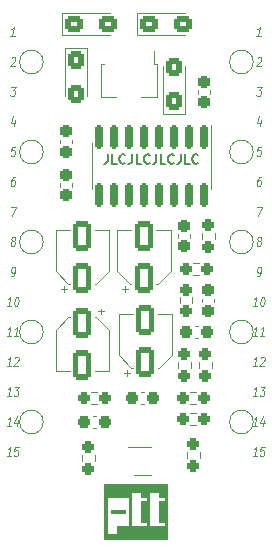
<source format=gbr>
%TF.GenerationSoftware,KiCad,Pcbnew,(6.0.9-0)*%
%TF.CreationDate,2025-08-18T12:38:07+02:00*%
%TF.ProjectId,pt-workshop,70742d77-6f72-46b7-9368-6f702e6b6963,rev?*%
%TF.SameCoordinates,Original*%
%TF.FileFunction,Legend,Top*%
%TF.FilePolarity,Positive*%
%FSLAX46Y46*%
G04 Gerber Fmt 4.6, Leading zero omitted, Abs format (unit mm)*
G04 Created by KiCad (PCBNEW (6.0.9-0)) date 2025-08-18 12:38:07*
%MOMM*%
%LPD*%
G01*
G04 APERTURE LIST*
G04 Aperture macros list*
%AMRoundRect*
0 Rectangle with rounded corners*
0 $1 Rounding radius*
0 $2 $3 $4 $5 $6 $7 $8 $9 X,Y pos of 4 corners*
0 Add a 4 corners polygon primitive as box body*
4,1,4,$2,$3,$4,$5,$6,$7,$8,$9,$2,$3,0*
0 Add four circle primitives for the rounded corners*
1,1,$1+$1,$2,$3*
1,1,$1+$1,$4,$5*
1,1,$1+$1,$6,$7*
1,1,$1+$1,$8,$9*
0 Add four rect primitives between the rounded corners*
20,1,$1+$1,$2,$3,$4,$5,0*
20,1,$1+$1,$4,$5,$6,$7,0*
20,1,$1+$1,$6,$7,$8,$9,0*
20,1,$1+$1,$8,$9,$2,$3,0*%
%AMFreePoly0*
4,1,9,3.862500,-0.866500,0.737500,-0.866500,0.737500,-0.450000,-0.737500,-0.450000,-0.737500,0.450000,0.737500,0.450000,0.737500,0.866500,3.862500,0.866500,3.862500,-0.866500,3.862500,-0.866500,$1*%
G04 Aperture macros list end*
%ADD10C,0.120000*%
%ADD11C,0.100000*%
%ADD12C,0.150000*%
%ADD13RoundRect,0.250000X-0.550000X1.050000X-0.550000X-1.050000X0.550000X-1.050000X0.550000X1.050000X0*%
%ADD14RoundRect,0.250000X-0.537500X-0.425000X0.537500X-0.425000X0.537500X0.425000X-0.537500X0.425000X0*%
%ADD15RoundRect,0.237500X0.237500X-0.250000X0.237500X0.250000X-0.237500X0.250000X-0.237500X-0.250000X0*%
%ADD16RoundRect,0.237500X0.250000X0.237500X-0.250000X0.237500X-0.250000X-0.237500X0.250000X-0.237500X0*%
%ADD17RoundRect,0.237500X-0.237500X0.300000X-0.237500X-0.300000X0.237500X-0.300000X0.237500X0.300000X0*%
%ADD18C,5.500000*%
%ADD19RoundRect,0.237500X-0.250000X-0.237500X0.250000X-0.237500X0.250000X0.237500X-0.250000X0.237500X0*%
%ADD20RoundRect,0.250000X0.425000X-0.537500X0.425000X0.537500X-0.425000X0.537500X-0.425000X-0.537500X0*%
%ADD21RoundRect,0.237500X0.237500X-0.300000X0.237500X0.300000X-0.237500X0.300000X-0.237500X-0.300000X0*%
%ADD22RoundRect,0.237500X-0.237500X0.250000X-0.237500X-0.250000X0.237500X-0.250000X0.237500X0.250000X0*%
%ADD23C,3.200000*%
%ADD24RoundRect,0.237500X-0.300000X-0.237500X0.300000X-0.237500X0.300000X0.237500X-0.300000X0.237500X0*%
%ADD25RoundRect,0.237500X0.300000X0.237500X-0.300000X0.237500X-0.300000X-0.237500X0.300000X-0.237500X0*%
%ADD26RoundRect,0.150000X-0.150000X0.825000X-0.150000X-0.825000X0.150000X-0.825000X0.150000X0.825000X0*%
%ADD27RoundRect,0.250000X0.550000X-1.050000X0.550000X1.050000X-0.550000X1.050000X-0.550000X-1.050000X0*%
%ADD28R,0.900000X1.300000*%
%ADD29FreePoly0,270.000000*%
%ADD30R,1.500000X0.400000*%
%ADD31R,1.700000X1.700000*%
%ADD32O,1.700000X1.700000*%
%ADD33RoundRect,0.250000X-0.425000X0.537500X-0.425000X-0.537500X0.425000X-0.537500X0.425000X0.537500X0*%
G04 APERTURE END LIST*
D10*
X46720000Y-91440000D02*
G75*
G03*
X46720000Y-91440000I-1000000J0D01*
G01*
X46720000Y-76200000D02*
G75*
G03*
X46720000Y-76200000I-1000000J0D01*
G01*
X46720000Y-83820000D02*
G75*
G03*
X46720000Y-83820000I-1000000J0D01*
G01*
X28940000Y-60960000D02*
G75*
G03*
X28940000Y-60960000I-1000000J0D01*
G01*
X28940000Y-91440000D02*
G75*
G03*
X28940000Y-91440000I-1000000J0D01*
G01*
X28940000Y-68580000D02*
G75*
G03*
X28940000Y-68580000I-1000000J0D01*
G01*
X28940000Y-76200000D02*
G75*
G03*
X28940000Y-76200000I-1000000J0D01*
G01*
X46720000Y-68580000D02*
G75*
G03*
X46720000Y-68580000I-1000000J0D01*
G01*
X28940000Y-83820000D02*
G75*
G03*
X28940000Y-83820000I-1000000J0D01*
G01*
X46720000Y-60960000D02*
G75*
G03*
X46720000Y-60960000I-1000000J0D01*
G01*
D11*
X47053976Y-89261904D02*
X46711119Y-89261904D01*
X46882547Y-89261904D02*
X46982547Y-88461904D01*
X46911119Y-88576190D01*
X46844452Y-88652380D01*
X46782547Y-88690476D01*
X47353976Y-88461904D02*
X47725404Y-88461904D01*
X47487309Y-88766666D01*
X47573023Y-88766666D01*
X47625404Y-88804761D01*
X47649214Y-88842857D01*
X47668261Y-88919047D01*
X47644452Y-89109523D01*
X47606357Y-89185714D01*
X47573023Y-89223809D01*
X47511119Y-89261904D01*
X47339690Y-89261904D01*
X47287309Y-89223809D01*
X47263500Y-89185714D01*
D10*
X47053976Y-79101904D02*
X47168261Y-79101904D01*
X47230166Y-79063809D01*
X47263500Y-79025714D01*
X47334928Y-78911428D01*
X47382547Y-78759047D01*
X47420642Y-78454285D01*
X47401595Y-78378095D01*
X47377785Y-78340000D01*
X47325404Y-78301904D01*
X47211119Y-78301904D01*
X47149214Y-78340000D01*
X47115880Y-78378095D01*
X47077785Y-78454285D01*
X47053976Y-78644761D01*
X47073023Y-78720952D01*
X47096833Y-78759047D01*
X47149214Y-78797142D01*
X47263500Y-78797142D01*
X47325404Y-78759047D01*
X47358738Y-78720952D01*
X47396833Y-78644761D01*
X47087309Y-60598095D02*
X47120642Y-60560000D01*
X47182547Y-60521904D01*
X47325404Y-60521904D01*
X47377785Y-60560000D01*
X47401595Y-60598095D01*
X47420642Y-60674285D01*
X47411119Y-60750476D01*
X47368261Y-60864761D01*
X46968261Y-61321904D01*
X47339690Y-61321904D01*
D11*
X47053976Y-94341904D02*
X46711119Y-94341904D01*
X46882547Y-94341904D02*
X46982547Y-93541904D01*
X46911119Y-93656190D01*
X46844452Y-93732380D01*
X46782547Y-93770476D01*
X47696833Y-93541904D02*
X47411119Y-93541904D01*
X47334928Y-93922857D01*
X47368261Y-93884761D01*
X47430166Y-93846666D01*
X47573023Y-93846666D01*
X47625404Y-93884761D01*
X47649214Y-93922857D01*
X47668261Y-93999047D01*
X47644452Y-94189523D01*
X47606357Y-94265714D01*
X47573023Y-94303809D01*
X47511119Y-94341904D01*
X47368261Y-94341904D01*
X47315880Y-94303809D01*
X47292071Y-94265714D01*
D10*
X26340261Y-76104761D02*
X26287880Y-76066666D01*
X26264071Y-76028571D01*
X26245023Y-75952380D01*
X26249785Y-75914285D01*
X26287880Y-75838095D01*
X26321214Y-75800000D01*
X26383119Y-75761904D01*
X26497404Y-75761904D01*
X26549785Y-75800000D01*
X26573595Y-75838095D01*
X26592642Y-75914285D01*
X26587880Y-75952380D01*
X26549785Y-76028571D01*
X26516452Y-76066666D01*
X26454547Y-76104761D01*
X26340261Y-76104761D01*
X26278357Y-76142857D01*
X26245023Y-76180952D01*
X26206928Y-76257142D01*
X26187880Y-76409523D01*
X26206928Y-76485714D01*
X26230738Y-76523809D01*
X26283119Y-76561904D01*
X26397404Y-76561904D01*
X26459309Y-76523809D01*
X26492642Y-76485714D01*
X26530738Y-76409523D01*
X26549785Y-76257142D01*
X26530738Y-76180952D01*
X26506928Y-76142857D01*
X26454547Y-76104761D01*
D11*
X47053976Y-86721904D02*
X46711119Y-86721904D01*
X46882547Y-86721904D02*
X46982547Y-85921904D01*
X46911119Y-86036190D01*
X46844452Y-86112380D01*
X46782547Y-86150476D01*
X47373023Y-85998095D02*
X47406357Y-85960000D01*
X47468261Y-85921904D01*
X47611119Y-85921904D01*
X47663500Y-85960000D01*
X47687309Y-85998095D01*
X47706357Y-86074285D01*
X47696833Y-86150476D01*
X47653976Y-86264761D01*
X47253976Y-86721904D01*
X47625404Y-86721904D01*
X47053976Y-84181904D02*
X46711119Y-84181904D01*
X46882547Y-84181904D02*
X46982547Y-83381904D01*
X46911119Y-83496190D01*
X46844452Y-83572380D01*
X46782547Y-83610476D01*
X47625404Y-84181904D02*
X47282547Y-84181904D01*
X47453976Y-84181904D02*
X47553976Y-83381904D01*
X47482547Y-83496190D01*
X47415880Y-83572380D01*
X47353976Y-83610476D01*
D10*
X26240261Y-73221904D02*
X26640261Y-73221904D01*
X26283119Y-74021904D01*
X47068261Y-63061904D02*
X47439690Y-63061904D01*
X47201595Y-63366666D01*
X47287309Y-63366666D01*
X47339690Y-63404761D01*
X47363500Y-63442857D01*
X47382547Y-63519047D01*
X47358738Y-63709523D01*
X47320642Y-63785714D01*
X47287309Y-63823809D01*
X47225404Y-63861904D01*
X47053976Y-63861904D01*
X47001595Y-63823809D01*
X46977785Y-63785714D01*
D11*
X26225976Y-89261904D02*
X25883119Y-89261904D01*
X26054547Y-89261904D02*
X26154547Y-88461904D01*
X26083119Y-88576190D01*
X26016452Y-88652380D01*
X25954547Y-88690476D01*
X26525976Y-88461904D02*
X26897404Y-88461904D01*
X26659309Y-88766666D01*
X26745023Y-88766666D01*
X26797404Y-88804761D01*
X26821214Y-88842857D01*
X26840261Y-88919047D01*
X26816452Y-89109523D01*
X26778357Y-89185714D01*
X26745023Y-89223809D01*
X26683119Y-89261904D01*
X26511690Y-89261904D01*
X26459309Y-89223809D01*
X26435500Y-89185714D01*
X26225976Y-94341904D02*
X25883119Y-94341904D01*
X26054547Y-94341904D02*
X26154547Y-93541904D01*
X26083119Y-93656190D01*
X26016452Y-93732380D01*
X25954547Y-93770476D01*
X26868833Y-93541904D02*
X26583119Y-93541904D01*
X26506928Y-93922857D01*
X26540261Y-93884761D01*
X26602166Y-93846666D01*
X26745023Y-93846666D01*
X26797404Y-93884761D01*
X26821214Y-93922857D01*
X26840261Y-93999047D01*
X26816452Y-94189523D01*
X26778357Y-94265714D01*
X26745023Y-94303809D01*
X26683119Y-94341904D01*
X26540261Y-94341904D01*
X26487880Y-94303809D01*
X26464071Y-94265714D01*
X26225976Y-84181904D02*
X25883119Y-84181904D01*
X26054547Y-84181904D02*
X26154547Y-83381904D01*
X26083119Y-83496190D01*
X26016452Y-83572380D01*
X25954547Y-83610476D01*
X26797404Y-84181904D02*
X26454547Y-84181904D01*
X26625976Y-84181904D02*
X26725976Y-83381904D01*
X26654547Y-83496190D01*
X26587880Y-83572380D01*
X26525976Y-83610476D01*
D10*
X26583119Y-68141904D02*
X26297404Y-68141904D01*
X26221214Y-68522857D01*
X26254547Y-68484761D01*
X26316452Y-68446666D01*
X26459309Y-68446666D01*
X26511690Y-68484761D01*
X26535500Y-68522857D01*
X26554547Y-68599047D01*
X26530738Y-68789523D01*
X26492642Y-68865714D01*
X26459309Y-68903809D01*
X26397404Y-68941904D01*
X26254547Y-68941904D01*
X26202166Y-68903809D01*
X26178357Y-68865714D01*
X47168261Y-76104761D02*
X47115880Y-76066666D01*
X47092071Y-76028571D01*
X47073023Y-75952380D01*
X47077785Y-75914285D01*
X47115880Y-75838095D01*
X47149214Y-75800000D01*
X47211119Y-75761904D01*
X47325404Y-75761904D01*
X47377785Y-75800000D01*
X47401595Y-75838095D01*
X47420642Y-75914285D01*
X47415880Y-75952380D01*
X47377785Y-76028571D01*
X47344452Y-76066666D01*
X47282547Y-76104761D01*
X47168261Y-76104761D01*
X47106357Y-76142857D01*
X47073023Y-76180952D01*
X47034928Y-76257142D01*
X47015880Y-76409523D01*
X47034928Y-76485714D01*
X47058738Y-76523809D01*
X47111119Y-76561904D01*
X47225404Y-76561904D01*
X47287309Y-76523809D01*
X47320642Y-76485714D01*
X47358738Y-76409523D01*
X47377785Y-76257142D01*
X47358738Y-76180952D01*
X47334928Y-76142857D01*
X47282547Y-76104761D01*
D11*
X47053976Y-91801904D02*
X46711119Y-91801904D01*
X46882547Y-91801904D02*
X46982547Y-91001904D01*
X46911119Y-91116190D01*
X46844452Y-91192380D01*
X46782547Y-91230476D01*
X47634928Y-91268571D02*
X47568261Y-91801904D01*
X47530166Y-90963809D02*
X47315880Y-91535238D01*
X47687309Y-91535238D01*
D10*
X26511690Y-58781904D02*
X26168833Y-58781904D01*
X26340261Y-58781904D02*
X26440261Y-57981904D01*
X26368833Y-58096190D01*
X26302166Y-58172380D01*
X26240261Y-58210476D01*
D11*
X26225976Y-81641904D02*
X25883119Y-81641904D01*
X26054547Y-81641904D02*
X26154547Y-80841904D01*
X26083119Y-80956190D01*
X26016452Y-81032380D01*
X25954547Y-81070476D01*
X26697404Y-80841904D02*
X26754547Y-80841904D01*
X26806928Y-80880000D01*
X26830738Y-80918095D01*
X26849785Y-80994285D01*
X26859309Y-81146666D01*
X26835500Y-81337142D01*
X26787880Y-81489523D01*
X26749785Y-81565714D01*
X26716452Y-81603809D01*
X26654547Y-81641904D01*
X26597404Y-81641904D01*
X26545023Y-81603809D01*
X26521214Y-81565714D01*
X26502166Y-81489523D01*
X26492642Y-81337142D01*
X26516452Y-81146666D01*
X26564071Y-80994285D01*
X26602166Y-80918095D01*
X26635500Y-80880000D01*
X26697404Y-80841904D01*
D10*
X47349214Y-65868571D02*
X47282547Y-66401904D01*
X47244452Y-65563809D02*
X47030166Y-66135238D01*
X47401595Y-66135238D01*
D11*
X26225976Y-86721904D02*
X25883119Y-86721904D01*
X26054547Y-86721904D02*
X26154547Y-85921904D01*
X26083119Y-86036190D01*
X26016452Y-86112380D01*
X25954547Y-86150476D01*
X26545023Y-85998095D02*
X26578357Y-85960000D01*
X26640261Y-85921904D01*
X26783119Y-85921904D01*
X26835500Y-85960000D01*
X26859309Y-85998095D01*
X26878357Y-86074285D01*
X26868833Y-86150476D01*
X26825976Y-86264761D01*
X26425976Y-86721904D01*
X26797404Y-86721904D01*
D10*
X47382547Y-70681904D02*
X47268261Y-70681904D01*
X47206357Y-70720000D01*
X47173023Y-70758095D01*
X47101595Y-70872380D01*
X47053976Y-71024761D01*
X47015880Y-71329523D01*
X47034928Y-71405714D01*
X47058738Y-71443809D01*
X47111119Y-71481904D01*
X47225404Y-71481904D01*
X47287309Y-71443809D01*
X47320642Y-71405714D01*
X47358738Y-71329523D01*
X47382547Y-71139047D01*
X47363500Y-71062857D01*
X47339690Y-71024761D01*
X47287309Y-70986666D01*
X47173023Y-70986666D01*
X47111119Y-71024761D01*
X47077785Y-71062857D01*
X47039690Y-71139047D01*
X26554547Y-70681904D02*
X26440261Y-70681904D01*
X26378357Y-70720000D01*
X26345023Y-70758095D01*
X26273595Y-70872380D01*
X26225976Y-71024761D01*
X26187880Y-71329523D01*
X26206928Y-71405714D01*
X26230738Y-71443809D01*
X26283119Y-71481904D01*
X26397404Y-71481904D01*
X26459309Y-71443809D01*
X26492642Y-71405714D01*
X26530738Y-71329523D01*
X26554547Y-71139047D01*
X26535500Y-71062857D01*
X26511690Y-71024761D01*
X26459309Y-70986666D01*
X26345023Y-70986666D01*
X26283119Y-71024761D01*
X26249785Y-71062857D01*
X26211690Y-71139047D01*
X47068261Y-73221904D02*
X47468261Y-73221904D01*
X47111119Y-74021904D01*
X47411119Y-68141904D02*
X47125404Y-68141904D01*
X47049214Y-68522857D01*
X47082547Y-68484761D01*
X47144452Y-68446666D01*
X47287309Y-68446666D01*
X47339690Y-68484761D01*
X47363500Y-68522857D01*
X47382547Y-68599047D01*
X47358738Y-68789523D01*
X47320642Y-68865714D01*
X47287309Y-68903809D01*
X47225404Y-68941904D01*
X47082547Y-68941904D01*
X47030166Y-68903809D01*
X47006357Y-68865714D01*
D12*
X34404761Y-68776904D02*
X34404761Y-69348333D01*
X34366666Y-69462619D01*
X34290476Y-69538809D01*
X34176190Y-69576904D01*
X34100000Y-69576904D01*
X35166666Y-69576904D02*
X34785714Y-69576904D01*
X34785714Y-68776904D01*
X35890476Y-69500714D02*
X35852380Y-69538809D01*
X35738095Y-69576904D01*
X35661904Y-69576904D01*
X35547619Y-69538809D01*
X35471428Y-69462619D01*
X35433333Y-69386428D01*
X35395238Y-69234047D01*
X35395238Y-69119761D01*
X35433333Y-68967380D01*
X35471428Y-68891190D01*
X35547619Y-68815000D01*
X35661904Y-68776904D01*
X35738095Y-68776904D01*
X35852380Y-68815000D01*
X35890476Y-68853095D01*
X36461904Y-68776904D02*
X36461904Y-69348333D01*
X36423809Y-69462619D01*
X36347619Y-69538809D01*
X36233333Y-69576904D01*
X36157142Y-69576904D01*
X37223809Y-69576904D02*
X36842857Y-69576904D01*
X36842857Y-68776904D01*
X37947619Y-69500714D02*
X37909523Y-69538809D01*
X37795238Y-69576904D01*
X37719047Y-69576904D01*
X37604761Y-69538809D01*
X37528571Y-69462619D01*
X37490476Y-69386428D01*
X37452380Y-69234047D01*
X37452380Y-69119761D01*
X37490476Y-68967380D01*
X37528571Y-68891190D01*
X37604761Y-68815000D01*
X37719047Y-68776904D01*
X37795238Y-68776904D01*
X37909523Y-68815000D01*
X37947619Y-68853095D01*
X38519047Y-68776904D02*
X38519047Y-69348333D01*
X38480952Y-69462619D01*
X38404761Y-69538809D01*
X38290476Y-69576904D01*
X38214285Y-69576904D01*
X39280952Y-69576904D02*
X38900000Y-69576904D01*
X38900000Y-68776904D01*
X40004761Y-69500714D02*
X39966666Y-69538809D01*
X39852380Y-69576904D01*
X39776190Y-69576904D01*
X39661904Y-69538809D01*
X39585714Y-69462619D01*
X39547619Y-69386428D01*
X39509523Y-69234047D01*
X39509523Y-69119761D01*
X39547619Y-68967380D01*
X39585714Y-68891190D01*
X39661904Y-68815000D01*
X39776190Y-68776904D01*
X39852380Y-68776904D01*
X39966666Y-68815000D01*
X40004761Y-68853095D01*
X40576190Y-68776904D02*
X40576190Y-69348333D01*
X40538095Y-69462619D01*
X40461904Y-69538809D01*
X40347619Y-69576904D01*
X40271428Y-69576904D01*
X41338095Y-69576904D02*
X40957142Y-69576904D01*
X40957142Y-68776904D01*
X42061904Y-69500714D02*
X42023809Y-69538809D01*
X41909523Y-69576904D01*
X41833333Y-69576904D01*
X41719047Y-69538809D01*
X41642857Y-69462619D01*
X41604761Y-69386428D01*
X41566666Y-69234047D01*
X41566666Y-69119761D01*
X41604761Y-68967380D01*
X41642857Y-68891190D01*
X41719047Y-68815000D01*
X41833333Y-68776904D01*
X41909523Y-68776904D01*
X42023809Y-68815000D01*
X42061904Y-68853095D01*
D10*
X26240261Y-63061904D02*
X26611690Y-63061904D01*
X26373595Y-63366666D01*
X26459309Y-63366666D01*
X26511690Y-63404761D01*
X26535500Y-63442857D01*
X26554547Y-63519047D01*
X26530738Y-63709523D01*
X26492642Y-63785714D01*
X26459309Y-63823809D01*
X26397404Y-63861904D01*
X26225976Y-63861904D01*
X26173595Y-63823809D01*
X26149785Y-63785714D01*
X26259309Y-60598095D02*
X26292642Y-60560000D01*
X26354547Y-60521904D01*
X26497404Y-60521904D01*
X26549785Y-60560000D01*
X26573595Y-60598095D01*
X26592642Y-60674285D01*
X26583119Y-60750476D01*
X26540261Y-60864761D01*
X26140261Y-61321904D01*
X26511690Y-61321904D01*
X26225976Y-79101904D02*
X26340261Y-79101904D01*
X26402166Y-79063809D01*
X26435500Y-79025714D01*
X26506928Y-78911428D01*
X26554547Y-78759047D01*
X26592642Y-78454285D01*
X26573595Y-78378095D01*
X26549785Y-78340000D01*
X26497404Y-78301904D01*
X26383119Y-78301904D01*
X26321214Y-78340000D01*
X26287880Y-78378095D01*
X26249785Y-78454285D01*
X26225976Y-78644761D01*
X26245023Y-78720952D01*
X26268833Y-78759047D01*
X26321214Y-78797142D01*
X26435500Y-78797142D01*
X26497404Y-78759047D01*
X26530738Y-78720952D01*
X26568833Y-78644761D01*
D11*
X47053976Y-81641904D02*
X46711119Y-81641904D01*
X46882547Y-81641904D02*
X46982547Y-80841904D01*
X46911119Y-80956190D01*
X46844452Y-81032380D01*
X46782547Y-81070476D01*
X47525404Y-80841904D02*
X47582547Y-80841904D01*
X47634928Y-80880000D01*
X47658738Y-80918095D01*
X47677785Y-80994285D01*
X47687309Y-81146666D01*
X47663500Y-81337142D01*
X47615880Y-81489523D01*
X47577785Y-81565714D01*
X47544452Y-81603809D01*
X47482547Y-81641904D01*
X47425404Y-81641904D01*
X47373023Y-81603809D01*
X47349214Y-81565714D01*
X47330166Y-81489523D01*
X47320642Y-81337142D01*
X47344452Y-81146666D01*
X47392071Y-80994285D01*
X47430166Y-80918095D01*
X47463500Y-80880000D01*
X47525404Y-80841904D01*
X26225976Y-91801904D02*
X25883119Y-91801904D01*
X26054547Y-91801904D02*
X26154547Y-91001904D01*
X26083119Y-91116190D01*
X26016452Y-91192380D01*
X25954547Y-91230476D01*
X26806928Y-91268571D02*
X26740261Y-91801904D01*
X26702166Y-90963809D02*
X26487880Y-91535238D01*
X26859309Y-91535238D01*
D10*
X26521214Y-65868571D02*
X26454547Y-66401904D01*
X26416452Y-65563809D02*
X26202166Y-66135238D01*
X26573595Y-66135238D01*
X47339690Y-58781904D02*
X46996833Y-58781904D01*
X47168261Y-58781904D02*
X47268261Y-57981904D01*
X47196833Y-58096190D01*
X47130166Y-58172380D01*
X47068261Y-58210476D01*
%TO.C,C216*%
X34068000Y-82086000D02*
X33568000Y-82086000D01*
X29998000Y-83640437D02*
X29998000Y-87096000D01*
X31062437Y-82576000D02*
X31198000Y-82576000D01*
X33453563Y-82576000D02*
X33318000Y-82576000D01*
X34518000Y-87096000D02*
X33318000Y-87096000D01*
X31062437Y-82576000D02*
X29998000Y-83640437D01*
X34518000Y-83640437D02*
X34518000Y-87096000D01*
X33818000Y-81836000D02*
X33818000Y-82336000D01*
X33453563Y-82576000D02*
X34518000Y-83640437D01*
X29998000Y-87096000D02*
X31198000Y-87096000D01*
%TO.C,C205*%
X36885000Y-58720000D02*
X40970000Y-58720000D01*
X40970000Y-56850000D02*
X36885000Y-56850000D01*
X36885000Y-56850000D02*
X36885000Y-58720000D01*
%TO.C,R207*%
X42149500Y-86868724D02*
X42149500Y-86359276D01*
X43194500Y-86868724D02*
X43194500Y-86359276D01*
%TO.C,C201*%
X30535000Y-58720000D02*
X34620000Y-58720000D01*
X30535000Y-56850000D02*
X30535000Y-58720000D01*
X34620000Y-56850000D02*
X30535000Y-56850000D01*
%TO.C,R202*%
X42164724Y-77963500D02*
X41655276Y-77963500D01*
X42164724Y-79008500D02*
X41655276Y-79008500D01*
%TO.C,C214*%
X43055000Y-63353733D02*
X43055000Y-63646267D01*
X42035000Y-63353733D02*
X42035000Y-63646267D01*
%TO.C,R201*%
X41543500Y-81407724D02*
X41543500Y-80898276D01*
X40498500Y-81407724D02*
X40498500Y-80898276D01*
%TO.C,R208*%
X33019276Y-89930500D02*
X33528724Y-89930500D01*
X33019276Y-88885500D02*
X33528724Y-88885500D01*
%TO.C,C215*%
X40940000Y-65350000D02*
X40940000Y-61265000D01*
X39070000Y-65350000D02*
X40940000Y-65350000D01*
X39070000Y-61265000D02*
X39070000Y-65350000D01*
%TO.C,C206*%
X41404000Y-75838267D02*
X41404000Y-75545733D01*
X40384000Y-75838267D02*
X40384000Y-75545733D01*
%TO.C,R306*%
X33288500Y-94233276D02*
X33288500Y-94742724D01*
X32243500Y-94233276D02*
X32243500Y-94742724D01*
%TO.C,R205*%
X41416500Y-86359276D02*
X41416500Y-86868724D01*
X40371500Y-86359276D02*
X40371500Y-86868724D01*
%TO.C,R301*%
X41133500Y-94488724D02*
X41133500Y-93979276D01*
X42178500Y-94488724D02*
X42178500Y-93979276D01*
%TO.C,kibuzzard-65E1A759*%
G36*
X37734875Y-96678750D02*
G01*
X39544625Y-96678750D01*
X39544625Y-101441250D01*
X37734875Y-101441250D01*
X37734875Y-100250625D01*
X38020625Y-100250625D01*
X39258875Y-100250625D01*
X39258875Y-99964875D01*
X38782625Y-99964875D01*
X38782625Y-98155125D01*
X39258875Y-98155125D01*
X39258875Y-97869375D01*
X38782625Y-97869375D01*
X38782625Y-97440750D01*
X38020625Y-97440750D01*
X38020625Y-100250625D01*
X37734875Y-100250625D01*
X37734875Y-96678750D01*
G37*
G36*
X34115375Y-96678750D02*
G01*
X36496625Y-96678750D01*
X36496625Y-101441250D01*
X34115375Y-101441250D01*
X34115375Y-100965000D01*
X34401125Y-100965000D01*
X35163125Y-100965000D01*
X35163125Y-100250625D01*
X36210875Y-100250625D01*
X36210875Y-97869375D01*
X34401125Y-97869375D01*
X34401125Y-100965000D01*
X34115375Y-100965000D01*
X34115375Y-96678750D01*
G37*
G36*
X36210875Y-96678750D02*
G01*
X38020625Y-96678750D01*
X38020625Y-101441250D01*
X36210875Y-101441250D01*
X36210875Y-100250625D01*
X36496625Y-100250625D01*
X37734875Y-100250625D01*
X37734875Y-99964875D01*
X37258625Y-99964875D01*
X37258625Y-98155125D01*
X37734875Y-98155125D01*
X37734875Y-97869375D01*
X37258625Y-97869375D01*
X37258625Y-97440750D01*
X36496625Y-97440750D01*
X36496625Y-100250625D01*
X36210875Y-100250625D01*
X36210875Y-96678750D01*
G37*
G36*
X35925125Y-99202875D02*
G01*
X34686875Y-99202875D01*
X34686875Y-98917125D01*
X35925125Y-98917125D01*
X35925125Y-99202875D01*
G37*
%TO.C,C210*%
X33127733Y-91950000D02*
X33420267Y-91950000D01*
X33127733Y-90930000D02*
X33420267Y-90930000D01*
%TO.C,C212*%
X42056267Y-83310000D02*
X41763733Y-83310000D01*
X42056267Y-84330000D02*
X41763733Y-84330000D01*
%TO.C,R204*%
X41401276Y-91708500D02*
X41910724Y-91708500D01*
X41401276Y-90663500D02*
X41910724Y-90663500D01*
%TO.C,U202*%
X33040000Y-69785000D02*
X33040000Y-67835000D01*
X43160000Y-69785000D02*
X43160000Y-71735000D01*
X33040000Y-69785000D02*
X33040000Y-71735000D01*
X43160000Y-69785000D02*
X43160000Y-66335000D01*
%TO.C,C207*%
X31062437Y-79730000D02*
X31198000Y-79730000D01*
X33453563Y-79730000D02*
X34518000Y-78665563D01*
X29998000Y-78665563D02*
X29998000Y-75210000D01*
X31062437Y-79730000D02*
X29998000Y-78665563D01*
X33453563Y-79730000D02*
X33318000Y-79730000D01*
X34518000Y-78665563D02*
X34518000Y-75210000D01*
X34518000Y-75210000D02*
X33318000Y-75210000D01*
X30448000Y-80220000D02*
X30948000Y-80220000D01*
X30698000Y-80470000D02*
X30698000Y-79970000D01*
X29998000Y-75210000D02*
X31198000Y-75210000D01*
%TO.C,R206*%
X41910724Y-89930500D02*
X41401276Y-89930500D01*
X41910724Y-88885500D02*
X41401276Y-88885500D01*
%TO.C,C204*%
X43436000Y-81299267D02*
X43436000Y-81006733D01*
X42416000Y-81299267D02*
X42416000Y-81006733D01*
%TO.C,U201*%
X38555000Y-61170000D02*
X38325000Y-61170000D01*
X33835000Y-63890000D02*
X33835000Y-61170000D01*
X38325000Y-60030000D02*
X38325000Y-61170000D01*
X38555000Y-63890000D02*
X37245000Y-63890000D01*
X38555000Y-61170000D02*
X38555000Y-63890000D01*
X35145000Y-63890000D02*
X33835000Y-63890000D01*
X33835000Y-61170000D02*
X34065000Y-61170000D01*
%TO.C,Q301*%
X38038000Y-93582000D02*
X36138000Y-93582000D01*
X36638000Y-95902000D02*
X38038000Y-95902000D01*
%TO.C,C208*%
X30351000Y-67837267D02*
X30351000Y-67544733D01*
X31371000Y-67837267D02*
X31371000Y-67544733D01*
%TO.C,C211*%
X36269437Y-79730000D02*
X35205000Y-78665563D01*
X39725000Y-78665563D02*
X39725000Y-75210000D01*
X39725000Y-75210000D02*
X38525000Y-75210000D01*
X35205000Y-75210000D02*
X36405000Y-75210000D01*
X35905000Y-80470000D02*
X35905000Y-79970000D01*
X38660563Y-79730000D02*
X39725000Y-78665563D01*
X38660563Y-79730000D02*
X38525000Y-79730000D01*
X35205000Y-78665563D02*
X35205000Y-75210000D01*
X36269437Y-79730000D02*
X36405000Y-79730000D01*
X35655000Y-80220000D02*
X36155000Y-80220000D01*
%TO.C,R203*%
X43448500Y-75437276D02*
X43448500Y-75946724D01*
X42403500Y-75437276D02*
X42403500Y-75946724D01*
%TO.C,C203*%
X30815000Y-59745000D02*
X30815000Y-63830000D01*
X32685000Y-63830000D02*
X32685000Y-59745000D01*
X32685000Y-59745000D02*
X30815000Y-59745000D01*
%TO.C,C209*%
X31371000Y-71520267D02*
X31371000Y-71227733D01*
X30351000Y-71520267D02*
X30351000Y-71227733D01*
%TO.C,C202*%
X38787563Y-86842000D02*
X39852000Y-85777563D01*
X35332000Y-82322000D02*
X36532000Y-82322000D01*
X35782000Y-87332000D02*
X36282000Y-87332000D01*
X36396437Y-86842000D02*
X36532000Y-86842000D01*
X36396437Y-86842000D02*
X35332000Y-85777563D01*
X39852000Y-85777563D02*
X39852000Y-82322000D01*
X38787563Y-86842000D02*
X38652000Y-86842000D01*
X36032000Y-87582000D02*
X36032000Y-87082000D01*
X39852000Y-82322000D02*
X38652000Y-82322000D01*
X35332000Y-85777563D02*
X35332000Y-82322000D01*
%TO.C,C213*%
X37191733Y-88898000D02*
X37484267Y-88898000D01*
X37191733Y-89918000D02*
X37484267Y-89918000D01*
%TD*%
%LPC*%
D13*
%TO.C,C216*%
X32258000Y-83036000D03*
X32258000Y-86636000D03*
%TD*%
D14*
%TO.C,C205*%
X37932500Y-57785000D03*
X40807500Y-57785000D03*
%TD*%
D15*
%TO.C,R207*%
X42672000Y-87526500D03*
X42672000Y-85701500D03*
%TD*%
D14*
%TO.C,C201*%
X31582500Y-57785000D03*
X34457500Y-57785000D03*
%TD*%
D16*
%TO.C,R202*%
X42822500Y-78486000D03*
X40997500Y-78486000D03*
%TD*%
D17*
%TO.C,C214*%
X42545000Y-62637500D03*
X42545000Y-64362500D03*
%TD*%
D15*
%TO.C,R201*%
X41021000Y-82065500D03*
X41021000Y-80240500D03*
%TD*%
D18*
%TO.C,H103*%
X30480000Y-99060000D03*
%TD*%
D19*
%TO.C,R208*%
X32361500Y-89408000D03*
X34186500Y-89408000D03*
%TD*%
D20*
%TO.C,C215*%
X40005000Y-64302500D03*
X40005000Y-61427500D03*
%TD*%
D21*
%TO.C,C206*%
X40894000Y-76554500D03*
X40894000Y-74829500D03*
%TD*%
D22*
%TO.C,R306*%
X32766000Y-93575500D03*
X32766000Y-95400500D03*
%TD*%
D23*
%TO.C,H102*%
X30480000Y-53340000D03*
%TD*%
D22*
%TO.C,R205*%
X40894000Y-85701500D03*
X40894000Y-87526500D03*
%TD*%
D18*
%TO.C,H101*%
X43180000Y-99060000D03*
%TD*%
D15*
%TO.C,R301*%
X41656000Y-95146500D03*
X41656000Y-93321500D03*
%TD*%
D24*
%TO.C,C210*%
X32411500Y-91440000D03*
X34136500Y-91440000D03*
%TD*%
D25*
%TO.C,C212*%
X42772500Y-83820000D03*
X41047500Y-83820000D03*
%TD*%
D19*
%TO.C,R204*%
X40743500Y-91186000D03*
X42568500Y-91186000D03*
%TD*%
D26*
%TO.C,U202*%
X42545000Y-67310000D03*
X41275000Y-67310000D03*
X40005000Y-67310000D03*
X38735000Y-67310000D03*
X37465000Y-67310000D03*
X36195000Y-67310000D03*
X34925000Y-67310000D03*
X33655000Y-67310000D03*
X33655000Y-72260000D03*
X34925000Y-72260000D03*
X36195000Y-72260000D03*
X37465000Y-72260000D03*
X38735000Y-72260000D03*
X40005000Y-72260000D03*
X41275000Y-72260000D03*
X42545000Y-72260000D03*
%TD*%
D23*
%TO.C,H104*%
X43180000Y-53340000D03*
%TD*%
D27*
%TO.C,C207*%
X32258000Y-79270000D03*
X32258000Y-75670000D03*
%TD*%
D16*
%TO.C,R206*%
X42568500Y-89408000D03*
X40743500Y-89408000D03*
%TD*%
D21*
%TO.C,C204*%
X42926000Y-82015500D03*
X42926000Y-80290500D03*
%TD*%
D28*
%TO.C,U201*%
X37695000Y-60580000D03*
D29*
X36195000Y-60667500D03*
D28*
X34695000Y-60580000D03*
%TD*%
D30*
%TO.C,Q301*%
X36008000Y-94092000D03*
X36008000Y-94742000D03*
X36008000Y-95392000D03*
X38668000Y-95392000D03*
X38668000Y-94742000D03*
X38668000Y-94092000D03*
%TD*%
D31*
%TO.C,J103*%
X27940000Y-58420000D03*
D32*
X27940000Y-60960000D03*
X27940000Y-63500000D03*
X27940000Y-66040000D03*
X27940000Y-68580000D03*
X27940000Y-71120000D03*
X27940000Y-73660000D03*
X27940000Y-76200000D03*
X27940000Y-78740000D03*
X27940000Y-81280000D03*
X27940000Y-83820000D03*
X27940000Y-86360000D03*
X27940000Y-88900000D03*
X27940000Y-91440000D03*
X27940000Y-93980000D03*
%TD*%
D21*
%TO.C,C208*%
X30861000Y-68553500D03*
X30861000Y-66828500D03*
%TD*%
D27*
%TO.C,C211*%
X37465000Y-79270000D03*
X37465000Y-75670000D03*
%TD*%
D22*
%TO.C,R203*%
X42926000Y-74779500D03*
X42926000Y-76604500D03*
%TD*%
D33*
%TO.C,C203*%
X31750000Y-60792500D03*
X31750000Y-63667500D03*
%TD*%
D21*
%TO.C,C209*%
X30861000Y-72236500D03*
X30861000Y-70511500D03*
%TD*%
D27*
%TO.C,C202*%
X37592000Y-86382000D03*
X37592000Y-82782000D03*
%TD*%
D31*
%TO.C,J104*%
X45720000Y-58420000D03*
D32*
X45720000Y-60960000D03*
X45720000Y-63500000D03*
X45720000Y-66040000D03*
X45720000Y-68580000D03*
X45720000Y-71120000D03*
X45720000Y-73660000D03*
X45720000Y-76200000D03*
X45720000Y-78740000D03*
X45720000Y-81280000D03*
X45720000Y-83820000D03*
X45720000Y-86360000D03*
X45720000Y-88900000D03*
X45720000Y-91440000D03*
X45720000Y-93980000D03*
%TD*%
D24*
%TO.C,C213*%
X36475500Y-89408000D03*
X38200500Y-89408000D03*
%TD*%
M02*

</source>
